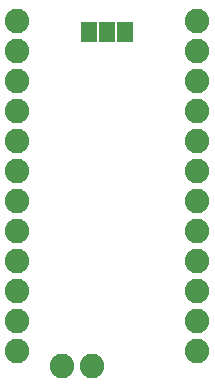
<source format=gbr>
G04 EAGLE Gerber RS-274X export*
G75*
%MOMM*%
%FSLAX34Y34*%
%LPD*%
%INSoldermask Bottom*%
%IPPOS*%
%AMOC8*
5,1,8,0,0,1.08239X$1,22.5*%
G01*
%ADD10C,2.082800*%
%ADD11R,1.371600X1.803400*%


D10*
X50800Y12700D03*
X76200Y12700D03*
X12700Y25400D03*
X12700Y50800D03*
X12700Y76200D03*
X12700Y101600D03*
X12700Y127000D03*
X12700Y152400D03*
X12700Y177800D03*
X12700Y203200D03*
X12700Y228600D03*
X12700Y254000D03*
X12700Y279400D03*
X12700Y304800D03*
X165100Y304800D03*
X165100Y279400D03*
X165100Y254000D03*
X165100Y228600D03*
X165100Y203200D03*
X165100Y177800D03*
X165100Y152400D03*
X165100Y127000D03*
X165100Y101600D03*
X165100Y76200D03*
X165100Y50800D03*
X165100Y25400D03*
D11*
X104140Y295910D03*
X88900Y295910D03*
X73660Y295910D03*
M02*

</source>
